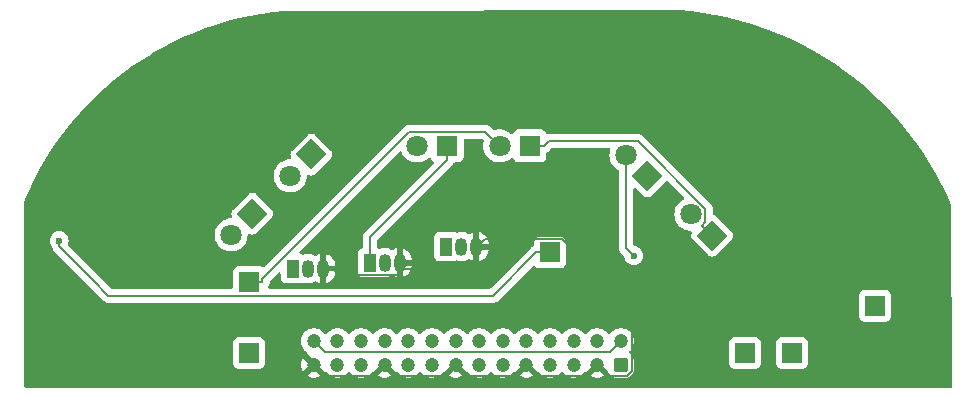
<source format=gbr>
%TF.GenerationSoftware,KiCad,Pcbnew,8.0.1*%
%TF.CreationDate,2024-03-24T18:49:42+02:00*%
%TF.ProjectId,ANTEUS001 MICROMOUSE SENSING,414e5445-5553-4303-9031-204d4943524f,rev?*%
%TF.SameCoordinates,Original*%
%TF.FileFunction,Copper,L2,Bot*%
%TF.FilePolarity,Positive*%
%FSLAX46Y46*%
G04 Gerber Fmt 4.6, Leading zero omitted, Abs format (unit mm)*
G04 Created by KiCad (PCBNEW 8.0.1) date 2024-03-24 18:49:42*
%MOMM*%
%LPD*%
G01*
G04 APERTURE LIST*
G04 Aperture macros list*
%AMRoundRect*
0 Rectangle with rounded corners*
0 $1 Rounding radius*
0 $2 $3 $4 $5 $6 $7 $8 $9 X,Y pos of 4 corners*
0 Add a 4 corners polygon primitive as box body*
4,1,4,$2,$3,$4,$5,$6,$7,$8,$9,$2,$3,0*
0 Add four circle primitives for the rounded corners*
1,1,$1+$1,$2,$3*
1,1,$1+$1,$4,$5*
1,1,$1+$1,$6,$7*
1,1,$1+$1,$8,$9*
0 Add four rect primitives between the rounded corners*
20,1,$1+$1,$2,$3,$4,$5,0*
20,1,$1+$1,$4,$5,$6,$7,0*
20,1,$1+$1,$6,$7,$8,$9,0*
20,1,$1+$1,$8,$9,$2,$3,0*%
%AMRotRect*
0 Rectangle, with rotation*
0 The origin of the aperture is its center*
0 $1 length*
0 $2 width*
0 $3 Rotation angle, in degrees counterclockwise*
0 Add horizontal line*
21,1,$1,$2,0,0,$3*%
G04 Aperture macros list end*
%TA.AperFunction,ComponentPad*%
%ADD10C,1.200000*%
%TD*%
%TA.AperFunction,ComponentPad*%
%ADD11RoundRect,0.250000X0.350000X0.350000X-0.350000X0.350000X-0.350000X-0.350000X0.350000X-0.350000X0*%
%TD*%
%TA.AperFunction,ComponentPad*%
%ADD12RotRect,1.800000X1.800000X135.000000*%
%TD*%
%TA.AperFunction,ComponentPad*%
%ADD13C,1.800000*%
%TD*%
%TA.AperFunction,ComponentPad*%
%ADD14R,1.800000X1.800000*%
%TD*%
%TA.AperFunction,ComponentPad*%
%ADD15RotRect,1.800000X1.800000X225.000000*%
%TD*%
%TA.AperFunction,ComponentPad*%
%ADD16O,1.050000X1.500000*%
%TD*%
%TA.AperFunction,ComponentPad*%
%ADD17R,1.050000X1.500000*%
%TD*%
%TA.AperFunction,ComponentPad*%
%ADD18R,1.700000X1.700000*%
%TD*%
%TA.AperFunction,ViaPad*%
%ADD19C,0.600000*%
%TD*%
%TA.AperFunction,Conductor*%
%ADD20C,0.200000*%
%TD*%
G04 APERTURE END LIST*
D10*
%TO.P,J8,28,Pin_28*%
%TO.N,+3.3V*%
X87500000Y-73000000D03*
%TO.P,J8,27,Pin_27*%
%TO.N,GND*%
X87500000Y-75000000D03*
%TO.P,J8,26,Pin_26*%
%TO.N,/BATT-*%
X89500000Y-73000000D03*
%TO.P,J8,25,Pin_25*%
%TO.N,/AB0*%
X89500000Y-75000000D03*
%TO.P,J8,24,Pin_24*%
%TO.N,/PB11*%
X91500000Y-73000000D03*
%TO.P,J8,23,Pin_23*%
%TO.N,/PC5*%
X91500000Y-75000000D03*
%TO.P,J8,22,Pin_22*%
%TO.N,/PE8*%
X93500000Y-73000000D03*
%TO.P,J8,21,Pin_21*%
%TO.N,GND*%
X93499999Y-75000000D03*
%TO.P,J8,20,Pin_20*%
%TO.N,/PE9*%
X95500000Y-72999999D03*
%TO.P,J8,19,Pin_19*%
%TO.N,/PA7*%
X95500000Y-75000000D03*
%TO.P,J8,18,Pin_18*%
%TO.N,/PE10*%
X97500000Y-73000000D03*
%TO.P,J8,17,Pin_17*%
%TO.N,/PC4*%
X97500001Y-75000000D03*
%TO.P,J8,16,Pin_16*%
%TO.N,/PE11*%
X99500001Y-73000000D03*
%TO.P,J8,15,Pin_15*%
%TO.N,GND*%
X99500000Y-75000000D03*
%TO.P,J8,14,Pin_14*%
%TO.N,/PE12*%
X101500000Y-73000000D03*
%TO.P,J8,13,Pin_13*%
%TO.N,/PA6*%
X101500001Y-75000000D03*
%TO.P,J8,12,Pin_12*%
%TO.N,/PE13*%
X103500000Y-73000000D03*
%TO.P,J8,11,Pin_11*%
%TO.N,/PA5*%
X103500000Y-75000000D03*
%TO.P,J8,10,Pin_10*%
%TO.N,/PE14*%
X105500000Y-73000000D03*
%TO.P,J8,9,Pin_9*%
%TO.N,GND*%
X105500000Y-75000000D03*
%TO.P,J8,8,Pin_8*%
%TO.N,/PE15*%
X107500000Y-73000000D03*
%TO.P,J8,7,Pin_7*%
%TO.N,/PA4*%
X107500000Y-75000000D03*
%TO.P,J8,6,Pin_6*%
%TO.N,/PE1*%
X109499999Y-73000000D03*
%TO.P,J8,5,Pin_5*%
%TO.N,/PA3*%
X109500000Y-75000000D03*
%TO.P,J8,4,Pin_4*%
%TO.N,/BATT+*%
X111500000Y-73000000D03*
%TO.P,J8,3,Pin_3*%
%TO.N,GND*%
X111499999Y-75000000D03*
%TO.P,J8,2,Pin_2*%
%TO.N,+3.3V*%
X113500000Y-72999999D03*
D11*
%TO.P,J8,1,Pin_1*%
%TO.N,/PC2*%
X113500000Y-75000000D03*
%TD*%
D12*
%TO.P,Q6,1,C*%
%TO.N,+3V3*%
X121237300Y-64065900D03*
D13*
%TO.P,Q6,2,E*%
%TO.N,Net-(J5-Pin_1)*%
X119441249Y-62269849D03*
%TD*%
%TO.P,Q5,2,E*%
%TO.N,Net-(J3-Pin_1)*%
X103235000Y-56475000D03*
D14*
%TO.P,Q5,1,C*%
%TO.N,+3V3*%
X105775000Y-56475000D03*
%TD*%
D13*
%TO.P,Q4,2,E*%
%TO.N,Net-(J7-Pin_1)*%
X85500049Y-58999951D03*
D15*
%TO.P,Q4,1,C*%
%TO.N,+3V3*%
X87296100Y-57203900D03*
%TD*%
D16*
%TO.P,Q3,3,S*%
%TO.N,GND*%
X101270000Y-65000000D03*
%TO.P,Q3,2,G*%
%TO.N,Net-(Q3-G)*%
X100000000Y-65000000D03*
D17*
%TO.P,Q3,1,D*%
%TO.N,Net-(D5-K)*%
X98730000Y-65000000D03*
%TD*%
D16*
%TO.P,Q2,3,S*%
%TO.N,GND*%
X94770000Y-66360000D03*
%TO.P,Q2,2,G*%
%TO.N,Net-(Q2-G)*%
X93500000Y-66360000D03*
D17*
%TO.P,Q2,1,D*%
%TO.N,Net-(D3-K)*%
X92230000Y-66360000D03*
%TD*%
D16*
%TO.P,Q1,3,S*%
%TO.N,GND*%
X88270000Y-66860000D03*
%TO.P,Q1,2,G*%
%TO.N,Net-(Q1-G)*%
X87000000Y-66860000D03*
D17*
%TO.P,Q1,1,D*%
%TO.N,Net-(D1-K)*%
X85730000Y-66860000D03*
%TD*%
D18*
%TO.P,J7,1,Pin_1*%
%TO.N,Net-(J7-Pin_1)*%
X124000000Y-74000000D03*
%TD*%
%TO.P,J6,1,Pin_1*%
%TO.N,Net-(J6-Pin_1)*%
X135000000Y-70000000D03*
%TD*%
%TO.P,J5,1,Pin_1*%
%TO.N,Net-(J5-Pin_1)*%
X107500000Y-65500000D03*
%TD*%
%TO.P,J4,1,Pin_1*%
%TO.N,Net-(J4-Pin_1)*%
X128000000Y-74000000D03*
%TD*%
%TO.P,J3,1,Pin_1*%
%TO.N,Net-(J3-Pin_1)*%
X82000000Y-68000000D03*
%TD*%
%TO.P,J2,1,Pin_1*%
%TO.N,Net-(J2-Pin_1)*%
X82000000Y-74000000D03*
%TD*%
D12*
%TO.P,D5,1,K*%
%TO.N,Net-(D5-K)*%
X115737300Y-59065900D03*
D13*
%TO.P,D5,2,A*%
%TO.N,Net-(D5-A)*%
X113941249Y-57269849D03*
%TD*%
%TO.P,D3,2,A*%
%TO.N,Net-(D3-A)*%
X96235000Y-56475000D03*
D14*
%TO.P,D3,1,K*%
%TO.N,Net-(D3-K)*%
X98775000Y-56475000D03*
%TD*%
D13*
%TO.P,D1,2,A*%
%TO.N,Net-(D1-A)*%
X80500049Y-63999951D03*
D15*
%TO.P,D1,1,K*%
%TO.N,Net-(D1-K)*%
X82296100Y-62203900D03*
%TD*%
D19*
%TO.N,Net-(J5-Pin_1)*%
X65944200Y-64497600D03*
%TO.N,Net-(D5-A)*%
X114598000Y-65775100D03*
%TD*%
D20*
%TO.N,Net-(J5-Pin_1)*%
X70105900Y-69151700D02*
X68870700Y-67916500D01*
X102697000Y-69151700D02*
X70105900Y-69151700D01*
X106348000Y-65500000D02*
X102697000Y-69151700D01*
X107500000Y-65500000D02*
X106348000Y-65500000D01*
X65944200Y-64990000D02*
X65944200Y-64497600D01*
X68870700Y-67916500D02*
X65944200Y-64990000D01*
%TO.N,Net-(J3-Pin_1)*%
X102033000Y-55273300D02*
X103235000Y-56475000D01*
X95590500Y-55273300D02*
X102033000Y-55273300D01*
X83151700Y-67712100D02*
X95590500Y-55273300D01*
X83151700Y-68000000D02*
X83151700Y-67712100D01*
X82000000Y-68000000D02*
X83151700Y-68000000D01*
%TO.N,Net-(D5-A)*%
X113941000Y-57269800D02*
X113941000Y-58358900D01*
X113941000Y-65118300D02*
X114598000Y-65775100D01*
X113941000Y-58358900D02*
X113941000Y-65118300D01*
X113941200Y-58358700D02*
X113941200Y-57269800D01*
X113941000Y-58358900D02*
X113941200Y-58358700D01*
%TO.N,Net-(D3-K)*%
X92230000Y-64221700D02*
X92230000Y-66360000D01*
X98775000Y-57676700D02*
X92230000Y-64221700D01*
X98775000Y-56475000D02*
X98775000Y-57676700D01*
%TO.N,+3.3V*%
X112562000Y-73937500D02*
X113500000Y-73000000D01*
X88437500Y-73937500D02*
X112562000Y-73937500D01*
X87500000Y-73000000D02*
X88437500Y-73937500D01*
%TO.N,+3V3*%
X120388000Y-63216100D02*
X120812500Y-63641000D01*
X120659000Y-62944300D02*
X120388000Y-63216100D01*
X120659000Y-61788500D02*
X120659000Y-62944300D01*
X114929000Y-56058400D02*
X120659000Y-61788500D01*
X107393000Y-56058400D02*
X114929000Y-56058400D01*
X106977000Y-56475000D02*
X107393000Y-56058400D01*
X105775000Y-56475000D02*
X106977000Y-56475000D01*
X120812500Y-63641000D02*
X121237000Y-64065900D01*
X121237300Y-64065800D02*
X121237300Y-64065900D01*
X120812500Y-63641000D02*
X121237300Y-64065800D01*
%TO.N,GND*%
X89648400Y-67411700D02*
X94770000Y-67411700D01*
X89096700Y-66860000D02*
X89648400Y-67411700D01*
X88270000Y-66860000D02*
X89096700Y-66860000D01*
X94770000Y-66360000D02*
X94770000Y-66885800D01*
X94770000Y-66885800D02*
X94770000Y-67411700D01*
X100435900Y-66885800D02*
X101270000Y-66051700D01*
X94770000Y-66885800D02*
X100435900Y-66885800D01*
X101270000Y-65150000D02*
X101270000Y-66051700D01*
X101270000Y-65150000D02*
X101270000Y-65099800D01*
X101270000Y-65000000D02*
X101270000Y-65099800D01*
X112431600Y-75931600D02*
X111500000Y-75000000D01*
X114051400Y-75931600D02*
X112431600Y-75931600D01*
X114413100Y-75569900D02*
X114051400Y-75931600D01*
X114413100Y-70277500D02*
X114413100Y-75569900D01*
X108483900Y-64348300D02*
X114413100Y-70277500D01*
X102021500Y-64348300D02*
X108483900Y-64348300D01*
X101270000Y-65099800D02*
X102021500Y-64348300D01*
X106446800Y-75946800D02*
X105500000Y-75000000D01*
X110553200Y-75946800D02*
X106446800Y-75946800D01*
X111500000Y-75000000D02*
X110553200Y-75946800D01*
X100452500Y-75952500D02*
X99500000Y-75000000D01*
X104547500Y-75952500D02*
X100452500Y-75952500D01*
X105500000Y-75000000D02*
X104547500Y-75952500D01*
X88455500Y-75955500D02*
X87500000Y-75000000D01*
X92544500Y-75955500D02*
X88455500Y-75955500D01*
X93500000Y-75000000D02*
X92544500Y-75955500D01*
X94454700Y-75954700D02*
X93500000Y-75000000D01*
X98545300Y-75954700D02*
X94454700Y-75954700D01*
X99500000Y-75000000D02*
X98545300Y-75954700D01*
%TD*%
%TA.AperFunction,Conductor*%
%TO.N,GND*%
G36*
X118484372Y-45001013D02*
G01*
X119453931Y-45087701D01*
X119458405Y-45088184D01*
X120441561Y-45212779D01*
X120446012Y-45213427D01*
X121423852Y-45374187D01*
X121428322Y-45375007D01*
X122399586Y-45571723D01*
X122403960Y-45572693D01*
X123367339Y-45805101D01*
X123371729Y-45806247D01*
X123946651Y-45967597D01*
X124325782Y-46073999D01*
X124330162Y-46075315D01*
X124565834Y-46150935D01*
X125273774Y-46378094D01*
X125278045Y-46379553D01*
X126209816Y-46716913D01*
X126214043Y-46718532D01*
X127070564Y-47064885D01*
X127132738Y-47090027D01*
X127136904Y-47091801D01*
X128041321Y-47496943D01*
X128045391Y-47498858D01*
X128934217Y-47937064D01*
X128938258Y-47939150D01*
X129528391Y-48257667D01*
X129810265Y-48409806D01*
X129814250Y-48412052D01*
X130668347Y-48914570D01*
X130672245Y-48916962D01*
X131507202Y-49450619D01*
X131510982Y-49453134D01*
X131912655Y-49731245D01*
X132325689Y-50017222D01*
X132329401Y-50019894D01*
X133122779Y-50613662D01*
X133126389Y-50616470D01*
X133897285Y-51239058D01*
X133900790Y-51241997D01*
X134648216Y-51892604D01*
X134651610Y-51895670D01*
X135374544Y-52573408D01*
X135377822Y-52576597D01*
X136075254Y-53280519D01*
X136078413Y-53283827D01*
X136749413Y-54012993D01*
X136752448Y-54016415D01*
X137396109Y-54769841D01*
X137399015Y-54773373D01*
X138014460Y-55550033D01*
X138017234Y-55553669D01*
X138603600Y-56352473D01*
X138606238Y-56356209D01*
X139162761Y-57176118D01*
X139165259Y-57179949D01*
X139691151Y-58019797D01*
X139693507Y-58023718D01*
X140188084Y-58882417D01*
X140190293Y-58886422D01*
X140434906Y-59349846D01*
X140603262Y-59668800D01*
X140652853Y-59762750D01*
X140654913Y-59766834D01*
X141084849Y-60659648D01*
X141086757Y-60663804D01*
X141436200Y-61463656D01*
X141446570Y-61512888D01*
X141497428Y-76875089D01*
X141477966Y-76942194D01*
X141425314Y-76988123D01*
X141373429Y-76999500D01*
X63124500Y-76999500D01*
X63057461Y-76979815D01*
X63011706Y-76927011D01*
X63000500Y-76875500D01*
X63000500Y-74897870D01*
X80649500Y-74897870D01*
X80649501Y-74897876D01*
X80655908Y-74957483D01*
X80706202Y-75092328D01*
X80706206Y-75092335D01*
X80792452Y-75207544D01*
X80792455Y-75207547D01*
X80907664Y-75293793D01*
X80907671Y-75293797D01*
X81042517Y-75344091D01*
X81042516Y-75344091D01*
X81049444Y-75344835D01*
X81102127Y-75350500D01*
X82897872Y-75350499D01*
X82957483Y-75344091D01*
X83092331Y-75293796D01*
X83207546Y-75207546D01*
X83293796Y-75092331D01*
X83344091Y-74957483D01*
X83350500Y-74897873D01*
X83350499Y-73102128D01*
X83344091Y-73042517D01*
X83328233Y-73000000D01*
X86394785Y-73000000D01*
X86413602Y-73203082D01*
X86469417Y-73399247D01*
X86469422Y-73399260D01*
X86560327Y-73581821D01*
X86683237Y-73744581D01*
X86778868Y-73831759D01*
X86833959Y-73881981D01*
X86856344Y-73895841D01*
X86866509Y-73902135D01*
X86913144Y-73954163D01*
X86924405Y-74021851D01*
X86919311Y-74065758D01*
X87478553Y-74625000D01*
X87450630Y-74625000D01*
X87355255Y-74650556D01*
X87269745Y-74699925D01*
X87199925Y-74769745D01*
X87150556Y-74855255D01*
X87125000Y-74950630D01*
X87125000Y-74978554D01*
X86562533Y-74416087D01*
X86560755Y-74418442D01*
X86560754Y-74418443D01*
X86469886Y-74600930D01*
X86469883Y-74600936D01*
X86414097Y-74797007D01*
X86414096Y-74797010D01*
X86395287Y-74999999D01*
X86395287Y-75000000D01*
X86414096Y-75202989D01*
X86414097Y-75202992D01*
X86469883Y-75399063D01*
X86469886Y-75399069D01*
X86560751Y-75581551D01*
X86562533Y-75583911D01*
X87125000Y-75021445D01*
X87125000Y-75049370D01*
X87150556Y-75144745D01*
X87199925Y-75230255D01*
X87269745Y-75300075D01*
X87355255Y-75349444D01*
X87450630Y-75375000D01*
X87478553Y-75375000D01*
X86919311Y-75934240D01*
X87007585Y-75988897D01*
X87197678Y-76062539D01*
X87398072Y-76100000D01*
X87601928Y-76100000D01*
X87802322Y-76062539D01*
X87992412Y-75988899D01*
X87992416Y-75988897D01*
X88080686Y-75934241D01*
X88080686Y-75934240D01*
X87521448Y-75375000D01*
X87549370Y-75375000D01*
X87644745Y-75349444D01*
X87730255Y-75300075D01*
X87800075Y-75230255D01*
X87849444Y-75144745D01*
X87875000Y-75049370D01*
X87875000Y-75021447D01*
X88437465Y-75583912D01*
X88488683Y-75580363D01*
X88556923Y-75595365D01*
X88596210Y-75629339D01*
X88626415Y-75669336D01*
X88683234Y-75744577D01*
X88683237Y-75744580D01*
X88833958Y-75881980D01*
X88833960Y-75881982D01*
X88918360Y-75934240D01*
X89007363Y-75989348D01*
X89197544Y-76063024D01*
X89398024Y-76100500D01*
X89398026Y-76100500D01*
X89601974Y-76100500D01*
X89601976Y-76100500D01*
X89802456Y-76063024D01*
X89992637Y-75989348D01*
X90166041Y-75881981D01*
X90316764Y-75744579D01*
X90401046Y-75632970D01*
X90457155Y-75591335D01*
X90526867Y-75586644D01*
X90588049Y-75620386D01*
X90598951Y-75632967D01*
X90626411Y-75669331D01*
X90683237Y-75744581D01*
X90833958Y-75881980D01*
X90833960Y-75881982D01*
X90918360Y-75934240D01*
X91007363Y-75989348D01*
X91197544Y-76063024D01*
X91398024Y-76100500D01*
X91398026Y-76100500D01*
X91601974Y-76100500D01*
X91601976Y-76100500D01*
X91802456Y-76063024D01*
X91992637Y-75989348D01*
X92166041Y-75881981D01*
X92316764Y-75744579D01*
X92401046Y-75632972D01*
X92403794Y-75629333D01*
X92459903Y-75587696D01*
X92511338Y-75580357D01*
X92562532Y-75583911D01*
X93124999Y-75021444D01*
X93124999Y-75049370D01*
X93150555Y-75144745D01*
X93199924Y-75230255D01*
X93269744Y-75300075D01*
X93355254Y-75349444D01*
X93450629Y-75375000D01*
X93478552Y-75375000D01*
X92919310Y-75934240D01*
X93007584Y-75988897D01*
X93197677Y-76062539D01*
X93398071Y-76100000D01*
X93601927Y-76100000D01*
X93802321Y-76062539D01*
X93992411Y-75988899D01*
X93992415Y-75988897D01*
X94080685Y-75934241D01*
X94080685Y-75934240D01*
X93521447Y-75375000D01*
X93549369Y-75375000D01*
X93644744Y-75349444D01*
X93730254Y-75300075D01*
X93800074Y-75230255D01*
X93849443Y-75144745D01*
X93874999Y-75049370D01*
X93874999Y-75021447D01*
X94437464Y-75583912D01*
X94488683Y-75580363D01*
X94556923Y-75595365D01*
X94596210Y-75629339D01*
X94626415Y-75669336D01*
X94683234Y-75744577D01*
X94683237Y-75744580D01*
X94833958Y-75881980D01*
X94833960Y-75881982D01*
X94918360Y-75934240D01*
X95007363Y-75989348D01*
X95197544Y-76063024D01*
X95398024Y-76100500D01*
X95398026Y-76100500D01*
X95601974Y-76100500D01*
X95601976Y-76100500D01*
X95802456Y-76063024D01*
X95992637Y-75989348D01*
X96166041Y-75881981D01*
X96316764Y-75744579D01*
X96401048Y-75632968D01*
X96457154Y-75591335D01*
X96526866Y-75586642D01*
X96588048Y-75620384D01*
X96598953Y-75632969D01*
X96598956Y-75632973D01*
X96683238Y-75744581D01*
X96833959Y-75881980D01*
X96833961Y-75881982D01*
X96918361Y-75934240D01*
X97007364Y-75989348D01*
X97197545Y-76063024D01*
X97398025Y-76100500D01*
X97398027Y-76100500D01*
X97601975Y-76100500D01*
X97601977Y-76100500D01*
X97802457Y-76063024D01*
X97992638Y-75989348D01*
X98166042Y-75881981D01*
X98316765Y-75744579D01*
X98401047Y-75632972D01*
X98403795Y-75629333D01*
X98459904Y-75587696D01*
X98511339Y-75580357D01*
X98562533Y-75583911D01*
X99125000Y-75021444D01*
X99125000Y-75049370D01*
X99150556Y-75144745D01*
X99199925Y-75230255D01*
X99269745Y-75300075D01*
X99355255Y-75349444D01*
X99450630Y-75375000D01*
X99478553Y-75375000D01*
X98919311Y-75934240D01*
X99007585Y-75988897D01*
X99197678Y-76062539D01*
X99398072Y-76100000D01*
X99601928Y-76100000D01*
X99802322Y-76062539D01*
X99992412Y-75988899D01*
X99992416Y-75988897D01*
X100080686Y-75934241D01*
X100080686Y-75934240D01*
X99521448Y-75375000D01*
X99549370Y-75375000D01*
X99644745Y-75349444D01*
X99730255Y-75300075D01*
X99800075Y-75230255D01*
X99849444Y-75144745D01*
X99875000Y-75049370D01*
X99875000Y-75021447D01*
X100437465Y-75583912D01*
X100488684Y-75580363D01*
X100556924Y-75595365D01*
X100596211Y-75629339D01*
X100626416Y-75669336D01*
X100683235Y-75744577D01*
X100683238Y-75744580D01*
X100833959Y-75881980D01*
X100833961Y-75881982D01*
X100918361Y-75934240D01*
X101007364Y-75989348D01*
X101197545Y-76063024D01*
X101398025Y-76100500D01*
X101398027Y-76100500D01*
X101601975Y-76100500D01*
X101601977Y-76100500D01*
X101802457Y-76063024D01*
X101992638Y-75989348D01*
X102166042Y-75881981D01*
X102316765Y-75744579D01*
X102401047Y-75632972D01*
X102457154Y-75591336D01*
X102526866Y-75586644D01*
X102588048Y-75620387D01*
X102598954Y-75632972D01*
X102626415Y-75669336D01*
X102683234Y-75744577D01*
X102683237Y-75744580D01*
X102833958Y-75881980D01*
X102833960Y-75881982D01*
X102918360Y-75934240D01*
X103007363Y-75989348D01*
X103197544Y-76063024D01*
X103398024Y-76100500D01*
X103398026Y-76100500D01*
X103601974Y-76100500D01*
X103601976Y-76100500D01*
X103802456Y-76063024D01*
X103992637Y-75989348D01*
X104166041Y-75881981D01*
X104316764Y-75744579D01*
X104401046Y-75632972D01*
X104403794Y-75629333D01*
X104459903Y-75587696D01*
X104511338Y-75580357D01*
X104562533Y-75583911D01*
X105125000Y-75021444D01*
X105125000Y-75049370D01*
X105150556Y-75144745D01*
X105199925Y-75230255D01*
X105269745Y-75300075D01*
X105355255Y-75349444D01*
X105450630Y-75375000D01*
X105478553Y-75375000D01*
X104919311Y-75934240D01*
X105007585Y-75988897D01*
X105197678Y-76062539D01*
X105398072Y-76100000D01*
X105601928Y-76100000D01*
X105802322Y-76062539D01*
X105992412Y-75988899D01*
X105992416Y-75988897D01*
X106080686Y-75934241D01*
X106080686Y-75934240D01*
X105521448Y-75375000D01*
X105549370Y-75375000D01*
X105644745Y-75349444D01*
X105730255Y-75300075D01*
X105800075Y-75230255D01*
X105849444Y-75144745D01*
X105875000Y-75049370D01*
X105875000Y-75021447D01*
X106437465Y-75583912D01*
X106488683Y-75580363D01*
X106556923Y-75595365D01*
X106596210Y-75629339D01*
X106626415Y-75669336D01*
X106683234Y-75744577D01*
X106683237Y-75744580D01*
X106833958Y-75881980D01*
X106833960Y-75881982D01*
X106918360Y-75934240D01*
X107007363Y-75989348D01*
X107197544Y-76063024D01*
X107398024Y-76100500D01*
X107398026Y-76100500D01*
X107601974Y-76100500D01*
X107601976Y-76100500D01*
X107802456Y-76063024D01*
X107992637Y-75989348D01*
X108166041Y-75881981D01*
X108316764Y-75744579D01*
X108401046Y-75632970D01*
X108457155Y-75591335D01*
X108526867Y-75586644D01*
X108588049Y-75620386D01*
X108598951Y-75632967D01*
X108626411Y-75669331D01*
X108683237Y-75744581D01*
X108833958Y-75881980D01*
X108833960Y-75881982D01*
X108918360Y-75934240D01*
X109007363Y-75989348D01*
X109197544Y-76063024D01*
X109398024Y-76100500D01*
X109398026Y-76100500D01*
X109601974Y-76100500D01*
X109601976Y-76100500D01*
X109802456Y-76063024D01*
X109992637Y-75989348D01*
X110166041Y-75881981D01*
X110316764Y-75744579D01*
X110401046Y-75632972D01*
X110403794Y-75629333D01*
X110459903Y-75587696D01*
X110511338Y-75580357D01*
X110562532Y-75583911D01*
X111124999Y-75021444D01*
X111124999Y-75049370D01*
X111150555Y-75144745D01*
X111199924Y-75230255D01*
X111269744Y-75300075D01*
X111355254Y-75349444D01*
X111450629Y-75375000D01*
X111478552Y-75375000D01*
X110919310Y-75934240D01*
X111007584Y-75988897D01*
X111197677Y-76062539D01*
X111398071Y-76100000D01*
X111601927Y-76100000D01*
X111802321Y-76062539D01*
X111992411Y-75988899D01*
X111992415Y-75988897D01*
X112080685Y-75934241D01*
X112080685Y-75934240D01*
X111521447Y-75375000D01*
X111549369Y-75375000D01*
X111644744Y-75349444D01*
X111730254Y-75300075D01*
X111800074Y-75230255D01*
X111849443Y-75144745D01*
X111874999Y-75049370D01*
X111874999Y-75021447D01*
X112415807Y-75562255D01*
X112445831Y-75610929D01*
X112465185Y-75669331D01*
X112465186Y-75669334D01*
X112557288Y-75818656D01*
X112681344Y-75942712D01*
X112830666Y-76034814D01*
X112997203Y-76089999D01*
X113099991Y-76100500D01*
X113900008Y-76100499D01*
X113900016Y-76100498D01*
X113900019Y-76100498D01*
X113956302Y-76094748D01*
X114002797Y-76089999D01*
X114169334Y-76034814D01*
X114318656Y-75942712D01*
X114442712Y-75818656D01*
X114534814Y-75669334D01*
X114589999Y-75502797D01*
X114600500Y-75400009D01*
X114600499Y-74897870D01*
X122649500Y-74897870D01*
X122649501Y-74897876D01*
X122655908Y-74957483D01*
X122706202Y-75092328D01*
X122706206Y-75092335D01*
X122792452Y-75207544D01*
X122792455Y-75207547D01*
X122907664Y-75293793D01*
X122907671Y-75293797D01*
X123042517Y-75344091D01*
X123042516Y-75344091D01*
X123049444Y-75344835D01*
X123102127Y-75350500D01*
X124897872Y-75350499D01*
X124957483Y-75344091D01*
X125092331Y-75293796D01*
X125207546Y-75207546D01*
X125293796Y-75092331D01*
X125344091Y-74957483D01*
X125350500Y-74897873D01*
X125350500Y-74897870D01*
X126649500Y-74897870D01*
X126649501Y-74897876D01*
X126655908Y-74957483D01*
X126706202Y-75092328D01*
X126706206Y-75092335D01*
X126792452Y-75207544D01*
X126792455Y-75207547D01*
X126907664Y-75293793D01*
X126907671Y-75293797D01*
X127042517Y-75344091D01*
X127042516Y-75344091D01*
X127049444Y-75344835D01*
X127102127Y-75350500D01*
X128897872Y-75350499D01*
X128957483Y-75344091D01*
X129092331Y-75293796D01*
X129207546Y-75207546D01*
X129293796Y-75092331D01*
X129344091Y-74957483D01*
X129350500Y-74897873D01*
X129350499Y-73102128D01*
X129344091Y-73042517D01*
X129328233Y-73000000D01*
X129293797Y-72907671D01*
X129293793Y-72907664D01*
X129207547Y-72792455D01*
X129207544Y-72792452D01*
X129092335Y-72706206D01*
X129092328Y-72706202D01*
X128957482Y-72655908D01*
X128957483Y-72655908D01*
X128897883Y-72649501D01*
X128897881Y-72649500D01*
X128897873Y-72649500D01*
X128897864Y-72649500D01*
X127102129Y-72649500D01*
X127102123Y-72649501D01*
X127042516Y-72655908D01*
X126907671Y-72706202D01*
X126907664Y-72706206D01*
X126792455Y-72792452D01*
X126792452Y-72792455D01*
X126706206Y-72907664D01*
X126706202Y-72907671D01*
X126655908Y-73042517D01*
X126649501Y-73102116D01*
X126649501Y-73102123D01*
X126649500Y-73102135D01*
X126649500Y-74897870D01*
X125350500Y-74897870D01*
X125350499Y-73102128D01*
X125344091Y-73042517D01*
X125328233Y-73000000D01*
X125293797Y-72907671D01*
X125293793Y-72907664D01*
X125207547Y-72792455D01*
X125207544Y-72792452D01*
X125092335Y-72706206D01*
X125092328Y-72706202D01*
X124957482Y-72655908D01*
X124957483Y-72655908D01*
X124897883Y-72649501D01*
X124897881Y-72649500D01*
X124897873Y-72649500D01*
X124897864Y-72649500D01*
X123102129Y-72649500D01*
X123102123Y-72649501D01*
X123042516Y-72655908D01*
X122907671Y-72706202D01*
X122907664Y-72706206D01*
X122792455Y-72792452D01*
X122792452Y-72792455D01*
X122706206Y-72907664D01*
X122706202Y-72907671D01*
X122655908Y-73042517D01*
X122649501Y-73102116D01*
X122649501Y-73102123D01*
X122649500Y-73102135D01*
X122649500Y-74897870D01*
X114600499Y-74897870D01*
X114600499Y-74599992D01*
X114594302Y-74539331D01*
X114589999Y-74497203D01*
X114589998Y-74497200D01*
X114563760Y-74418020D01*
X114534814Y-74330666D01*
X114442712Y-74181344D01*
X114318656Y-74057288D01*
X114252935Y-74016751D01*
X114206212Y-73964804D01*
X114194989Y-73895841D01*
X114222833Y-73831759D01*
X114234495Y-73819576D01*
X114316764Y-73744578D01*
X114439673Y-73581820D01*
X114530582Y-73399249D01*
X114586397Y-73203082D01*
X114605215Y-72999999D01*
X114586397Y-72796916D01*
X114530582Y-72600749D01*
X114439673Y-72418178D01*
X114316764Y-72255420D01*
X114316762Y-72255417D01*
X114166041Y-72118018D01*
X114166039Y-72118016D01*
X113992642Y-72010654D01*
X113992639Y-72010652D01*
X113992637Y-72010651D01*
X113992636Y-72010650D01*
X113992635Y-72010650D01*
X113802461Y-71936977D01*
X113802456Y-71936975D01*
X113601976Y-71899499D01*
X113398024Y-71899499D01*
X113197544Y-71936975D01*
X113197541Y-71936975D01*
X113197541Y-71936976D01*
X113007364Y-72010650D01*
X113007357Y-72010654D01*
X112833960Y-72118016D01*
X112833958Y-72118018D01*
X112683237Y-72255418D01*
X112598953Y-72367027D01*
X112542843Y-72408663D01*
X112473131Y-72413354D01*
X112411950Y-72379612D01*
X112401045Y-72367027D01*
X112316762Y-72255418D01*
X112166041Y-72118019D01*
X112166039Y-72118017D01*
X111992642Y-72010655D01*
X111992635Y-72010651D01*
X111897546Y-71973814D01*
X111802456Y-71936976D01*
X111601976Y-71899500D01*
X111398024Y-71899500D01*
X111197544Y-71936976D01*
X111197541Y-71936976D01*
X111197541Y-71936977D01*
X111007364Y-72010651D01*
X111007357Y-72010655D01*
X110833960Y-72118017D01*
X110833958Y-72118019D01*
X110683237Y-72255419D01*
X110598953Y-72367029D01*
X110542844Y-72408665D01*
X110473132Y-72413356D01*
X110411950Y-72379614D01*
X110401045Y-72367029D01*
X110401044Y-72367028D01*
X110316763Y-72255421D01*
X110316761Y-72255418D01*
X110166040Y-72118019D01*
X110166038Y-72118017D01*
X109992641Y-72010655D01*
X109992634Y-72010651D01*
X109897545Y-71973814D01*
X109802455Y-71936976D01*
X109601975Y-71899500D01*
X109398023Y-71899500D01*
X109197543Y-71936976D01*
X109197540Y-71936976D01*
X109197540Y-71936977D01*
X109007363Y-72010651D01*
X109007356Y-72010655D01*
X108833959Y-72118017D01*
X108833957Y-72118019D01*
X108683236Y-72255419D01*
X108598953Y-72367027D01*
X108542843Y-72408663D01*
X108473131Y-72413354D01*
X108411950Y-72379612D01*
X108401045Y-72367027D01*
X108316762Y-72255418D01*
X108166041Y-72118019D01*
X108166039Y-72118017D01*
X107992642Y-72010655D01*
X107992635Y-72010651D01*
X107897546Y-71973814D01*
X107802456Y-71936976D01*
X107601976Y-71899500D01*
X107398024Y-71899500D01*
X107197544Y-71936976D01*
X107197541Y-71936976D01*
X107197541Y-71936977D01*
X107007364Y-72010651D01*
X107007357Y-72010655D01*
X106833960Y-72118017D01*
X106833958Y-72118019D01*
X106683237Y-72255419D01*
X106598954Y-72367028D01*
X106542845Y-72408664D01*
X106473133Y-72413355D01*
X106411951Y-72379613D01*
X106401046Y-72367028D01*
X106316762Y-72255419D01*
X106166041Y-72118019D01*
X106166039Y-72118017D01*
X105992642Y-72010655D01*
X105992635Y-72010651D01*
X105897546Y-71973814D01*
X105802456Y-71936976D01*
X105601976Y-71899500D01*
X105398024Y-71899500D01*
X105197544Y-71936976D01*
X105197541Y-71936976D01*
X105197541Y-71936977D01*
X105007364Y-72010651D01*
X105007357Y-72010655D01*
X104833960Y-72118017D01*
X104833958Y-72118019D01*
X104683237Y-72255419D01*
X104598954Y-72367028D01*
X104542845Y-72408664D01*
X104473133Y-72413355D01*
X104411951Y-72379613D01*
X104401046Y-72367028D01*
X104316762Y-72255419D01*
X104166041Y-72118019D01*
X104166039Y-72118017D01*
X103992642Y-72010655D01*
X103992635Y-72010651D01*
X103897546Y-71973814D01*
X103802456Y-71936976D01*
X103601976Y-71899500D01*
X103398024Y-71899500D01*
X103197544Y-71936976D01*
X103197541Y-71936976D01*
X103197541Y-71936977D01*
X103007364Y-72010651D01*
X103007357Y-72010655D01*
X102833960Y-72118017D01*
X102833958Y-72118019D01*
X102683237Y-72255419D01*
X102598954Y-72367028D01*
X102542845Y-72408664D01*
X102473133Y-72413355D01*
X102411951Y-72379613D01*
X102401046Y-72367028D01*
X102316762Y-72255419D01*
X102166041Y-72118019D01*
X102166039Y-72118017D01*
X101992642Y-72010655D01*
X101992635Y-72010651D01*
X101897546Y-71973814D01*
X101802456Y-71936976D01*
X101601976Y-71899500D01*
X101398024Y-71899500D01*
X101197544Y-71936976D01*
X101197541Y-71936976D01*
X101197541Y-71936977D01*
X101007364Y-72010651D01*
X101007357Y-72010655D01*
X100833960Y-72118017D01*
X100833958Y-72118019D01*
X100683237Y-72255419D01*
X100598954Y-72367027D01*
X100542844Y-72408663D01*
X100473132Y-72413354D01*
X100411951Y-72379612D01*
X100401046Y-72367027D01*
X100316763Y-72255418D01*
X100166042Y-72118019D01*
X100166040Y-72118017D01*
X99992643Y-72010655D01*
X99992636Y-72010651D01*
X99897547Y-71973814D01*
X99802457Y-71936976D01*
X99601977Y-71899500D01*
X99398025Y-71899500D01*
X99197545Y-71936976D01*
X99197542Y-71936976D01*
X99197542Y-71936977D01*
X99007365Y-72010651D01*
X99007358Y-72010655D01*
X98833961Y-72118017D01*
X98833959Y-72118019D01*
X98683238Y-72255419D01*
X98598954Y-72367029D01*
X98542845Y-72408665D01*
X98473133Y-72413356D01*
X98411951Y-72379614D01*
X98401046Y-72367029D01*
X98401045Y-72367028D01*
X98316764Y-72255421D01*
X98316762Y-72255418D01*
X98166041Y-72118019D01*
X98166039Y-72118017D01*
X97992642Y-72010655D01*
X97992635Y-72010651D01*
X97897546Y-71973814D01*
X97802456Y-71936976D01*
X97601976Y-71899500D01*
X97398024Y-71899500D01*
X97197544Y-71936976D01*
X97197541Y-71936976D01*
X97197541Y-71936977D01*
X97007364Y-72010651D01*
X97007357Y-72010655D01*
X96833960Y-72118017D01*
X96833958Y-72118019D01*
X96683237Y-72255419D01*
X96598954Y-72367027D01*
X96542844Y-72408663D01*
X96473132Y-72413354D01*
X96411951Y-72379612D01*
X96401046Y-72367027D01*
X96363186Y-72316893D01*
X96316764Y-72255420D01*
X96166041Y-72118018D01*
X96166039Y-72118016D01*
X95992642Y-72010654D01*
X95992639Y-72010652D01*
X95992637Y-72010651D01*
X95992636Y-72010650D01*
X95992635Y-72010650D01*
X95802461Y-71936977D01*
X95802456Y-71936975D01*
X95601976Y-71899499D01*
X95398024Y-71899499D01*
X95197544Y-71936975D01*
X95197541Y-71936975D01*
X95197541Y-71936976D01*
X95007364Y-72010650D01*
X95007357Y-72010654D01*
X94833960Y-72118016D01*
X94833958Y-72118018D01*
X94683237Y-72255418D01*
X94598953Y-72367027D01*
X94542843Y-72408663D01*
X94473131Y-72413354D01*
X94411950Y-72379612D01*
X94401045Y-72367027D01*
X94316762Y-72255418D01*
X94166041Y-72118019D01*
X94166039Y-72118017D01*
X93992642Y-72010655D01*
X93992635Y-72010651D01*
X93897546Y-71973814D01*
X93802456Y-71936976D01*
X93601976Y-71899500D01*
X93398024Y-71899500D01*
X93197544Y-71936976D01*
X93197541Y-71936976D01*
X93197541Y-71936977D01*
X93007364Y-72010651D01*
X93007357Y-72010655D01*
X92833960Y-72118017D01*
X92833958Y-72118019D01*
X92683237Y-72255419D01*
X92598954Y-72367028D01*
X92542845Y-72408664D01*
X92473133Y-72413355D01*
X92411951Y-72379613D01*
X92401046Y-72367028D01*
X92316762Y-72255419D01*
X92166041Y-72118019D01*
X92166039Y-72118017D01*
X91992642Y-72010655D01*
X91992635Y-72010651D01*
X91897546Y-71973814D01*
X91802456Y-71936976D01*
X91601976Y-71899500D01*
X91398024Y-71899500D01*
X91197544Y-71936976D01*
X91197541Y-71936976D01*
X91197541Y-71936977D01*
X91007364Y-72010651D01*
X91007357Y-72010655D01*
X90833960Y-72118017D01*
X90833958Y-72118019D01*
X90683237Y-72255419D01*
X90598954Y-72367028D01*
X90542845Y-72408664D01*
X90473133Y-72413355D01*
X90411951Y-72379613D01*
X90401046Y-72367028D01*
X90316762Y-72255419D01*
X90166041Y-72118019D01*
X90166039Y-72118017D01*
X89992642Y-72010655D01*
X89992635Y-72010651D01*
X89897546Y-71973814D01*
X89802456Y-71936976D01*
X89601976Y-71899500D01*
X89398024Y-71899500D01*
X89197544Y-71936976D01*
X89197541Y-71936976D01*
X89197541Y-71936977D01*
X89007364Y-72010651D01*
X89007357Y-72010655D01*
X88833960Y-72118017D01*
X88833958Y-72118019D01*
X88683237Y-72255419D01*
X88598954Y-72367028D01*
X88542845Y-72408664D01*
X88473133Y-72413355D01*
X88411951Y-72379613D01*
X88401046Y-72367028D01*
X88316762Y-72255419D01*
X88166041Y-72118019D01*
X88166039Y-72118017D01*
X87992642Y-72010655D01*
X87992635Y-72010651D01*
X87897546Y-71973814D01*
X87802456Y-71936976D01*
X87601976Y-71899500D01*
X87398024Y-71899500D01*
X87197544Y-71936976D01*
X87197541Y-71936976D01*
X87197541Y-71936977D01*
X87007364Y-72010651D01*
X87007357Y-72010655D01*
X86833960Y-72118017D01*
X86833958Y-72118019D01*
X86683237Y-72255418D01*
X86560327Y-72418178D01*
X86469422Y-72600739D01*
X86469417Y-72600752D01*
X86413602Y-72796917D01*
X86394785Y-72999999D01*
X86394785Y-73000000D01*
X83328233Y-73000000D01*
X83293797Y-72907671D01*
X83293793Y-72907664D01*
X83207547Y-72792455D01*
X83207544Y-72792452D01*
X83092335Y-72706206D01*
X83092328Y-72706202D01*
X82957482Y-72655908D01*
X82957483Y-72655908D01*
X82897883Y-72649501D01*
X82897881Y-72649500D01*
X82897873Y-72649500D01*
X82897864Y-72649500D01*
X81102129Y-72649500D01*
X81102123Y-72649501D01*
X81042516Y-72655908D01*
X80907671Y-72706202D01*
X80907664Y-72706206D01*
X80792455Y-72792452D01*
X80792452Y-72792455D01*
X80706206Y-72907664D01*
X80706202Y-72907671D01*
X80655908Y-73042517D01*
X80649501Y-73102116D01*
X80649501Y-73102123D01*
X80649500Y-73102135D01*
X80649500Y-74897870D01*
X63000500Y-74897870D01*
X63000500Y-70897870D01*
X133649500Y-70897870D01*
X133649501Y-70897876D01*
X133655908Y-70957483D01*
X133706202Y-71092328D01*
X133706206Y-71092335D01*
X133792452Y-71207544D01*
X133792455Y-71207547D01*
X133907664Y-71293793D01*
X133907671Y-71293797D01*
X134042517Y-71344091D01*
X134042516Y-71344091D01*
X134049444Y-71344835D01*
X134102127Y-71350500D01*
X135897872Y-71350499D01*
X135957483Y-71344091D01*
X136092331Y-71293796D01*
X136207546Y-71207546D01*
X136293796Y-71092331D01*
X136344091Y-70957483D01*
X136350500Y-70897873D01*
X136350499Y-69102128D01*
X136344091Y-69042517D01*
X136293796Y-68907669D01*
X136293795Y-68907668D01*
X136293793Y-68907664D01*
X136207547Y-68792455D01*
X136207544Y-68792452D01*
X136092335Y-68706206D01*
X136092328Y-68706202D01*
X135957482Y-68655908D01*
X135957483Y-68655908D01*
X135897883Y-68649501D01*
X135897881Y-68649500D01*
X135897873Y-68649500D01*
X135897864Y-68649500D01*
X134102129Y-68649500D01*
X134102123Y-68649501D01*
X134042516Y-68655908D01*
X133907671Y-68706202D01*
X133907664Y-68706206D01*
X133792455Y-68792452D01*
X133792452Y-68792455D01*
X133706206Y-68907664D01*
X133706202Y-68907671D01*
X133655908Y-69042517D01*
X133649501Y-69102116D01*
X133649501Y-69102123D01*
X133649500Y-69102135D01*
X133649500Y-70897870D01*
X63000500Y-70897870D01*
X63000500Y-64497603D01*
X65138635Y-64497603D01*
X65158830Y-64676849D01*
X65158831Y-64676854D01*
X65218411Y-64847123D01*
X65314384Y-64999862D01*
X65317090Y-65003255D01*
X65343082Y-65064375D01*
X65343697Y-65069050D01*
X65384623Y-65221785D01*
X65402330Y-65252454D01*
X65402329Y-65252454D01*
X65402330Y-65252455D01*
X65463675Y-65358709D01*
X65463681Y-65358717D01*
X65582549Y-65477585D01*
X65582555Y-65477590D01*
X68390181Y-68285216D01*
X69737184Y-69632220D01*
X69737186Y-69632221D01*
X69737190Y-69632224D01*
X69872448Y-69710314D01*
X69874116Y-69711277D01*
X70026843Y-69752201D01*
X70026845Y-69752201D01*
X70192554Y-69752201D01*
X70192570Y-69752200D01*
X102609850Y-69752200D01*
X102609988Y-69752208D01*
X102617997Y-69752207D01*
X102618000Y-69752208D01*
X102702328Y-69752200D01*
X102776057Y-69752200D01*
X102776060Y-69752200D01*
X102776109Y-69752193D01*
X102776115Y-69752193D01*
X102857265Y-69730440D01*
X102857275Y-69730440D01*
X102857275Y-69730437D01*
X102857276Y-69730437D01*
X102927185Y-69711705D01*
X102928840Y-69711290D01*
X102928843Y-69711289D01*
X102930467Y-69710314D01*
X102996312Y-69672290D01*
X102996322Y-69672284D01*
X103020297Y-69658441D01*
X103064612Y-69632856D01*
X103065727Y-69632233D01*
X103065728Y-69632232D01*
X103066404Y-69631541D01*
X103117945Y-69579989D01*
X103117951Y-69579986D01*
X103117950Y-69579985D01*
X103177520Y-69520416D01*
X103177521Y-69520413D01*
X103183908Y-69514027D01*
X103183994Y-69513927D01*
X106061697Y-66635673D01*
X106123017Y-66602183D01*
X106192709Y-66607161D01*
X106248646Y-66649026D01*
X106292454Y-66707546D01*
X106316925Y-66725865D01*
X106407664Y-66793793D01*
X106407671Y-66793797D01*
X106542517Y-66844091D01*
X106542516Y-66844091D01*
X106549444Y-66844835D01*
X106602127Y-66850500D01*
X108397872Y-66850499D01*
X108457483Y-66844091D01*
X108592331Y-66793796D01*
X108707546Y-66707546D01*
X108793796Y-66592331D01*
X108844091Y-66457483D01*
X108850500Y-66397873D01*
X108850499Y-64602128D01*
X108844091Y-64542517D01*
X108827339Y-64497603D01*
X108793797Y-64407671D01*
X108793793Y-64407664D01*
X108707547Y-64292455D01*
X108707544Y-64292452D01*
X108592335Y-64206206D01*
X108592328Y-64206202D01*
X108457482Y-64155908D01*
X108457483Y-64155908D01*
X108397883Y-64149501D01*
X108397881Y-64149500D01*
X108397873Y-64149500D01*
X108397864Y-64149500D01*
X106602129Y-64149500D01*
X106602123Y-64149501D01*
X106542516Y-64155908D01*
X106407671Y-64206202D01*
X106407664Y-64206206D01*
X106292455Y-64292452D01*
X106292452Y-64292455D01*
X106206206Y-64407664D01*
X106206202Y-64407671D01*
X106155908Y-64542517D01*
X106149501Y-64602116D01*
X106149501Y-64602123D01*
X106149500Y-64602135D01*
X106149500Y-64849608D01*
X106129815Y-64916647D01*
X106087511Y-64956989D01*
X106048686Y-64979410D01*
X106048676Y-64979416D01*
X105979259Y-65019494D01*
X105927056Y-65071707D01*
X105862038Y-65136725D01*
X105861949Y-65136826D01*
X102484551Y-68514873D01*
X102423231Y-68548364D01*
X102396861Y-68551200D01*
X83741637Y-68551200D01*
X83674598Y-68531515D01*
X83628843Y-68478711D01*
X83618899Y-68409553D01*
X83634250Y-68365200D01*
X83680428Y-68285216D01*
X83711277Y-68231784D01*
X83752200Y-68079057D01*
X83752200Y-68012196D01*
X83771885Y-67945157D01*
X83788515Y-67924519D01*
X84492821Y-67220212D01*
X84554142Y-67186729D01*
X84623833Y-67191713D01*
X84679767Y-67233584D01*
X84704184Y-67299049D01*
X84704500Y-67307895D01*
X84704500Y-67657869D01*
X84704501Y-67657876D01*
X84710908Y-67717483D01*
X84761202Y-67852328D01*
X84761206Y-67852335D01*
X84847452Y-67967544D01*
X84847455Y-67967547D01*
X84962664Y-68053793D01*
X84962671Y-68053797D01*
X85097517Y-68104091D01*
X85097516Y-68104091D01*
X85104444Y-68104835D01*
X85157127Y-68110500D01*
X86302872Y-68110499D01*
X86362483Y-68104091D01*
X86497331Y-68053796D01*
X86498430Y-68052972D01*
X86499717Y-68052492D01*
X86505112Y-68049547D01*
X86505535Y-68050322D01*
X86563887Y-68028552D01*
X86620198Y-68037673D01*
X86700873Y-68071091D01*
X86866777Y-68104091D01*
X86898992Y-68110499D01*
X86898996Y-68110500D01*
X86898997Y-68110500D01*
X87101004Y-68110500D01*
X87101005Y-68110499D01*
X87299127Y-68071091D01*
X87485756Y-67993786D01*
X87566562Y-67939792D01*
X87633234Y-67918917D01*
X87700614Y-67937401D01*
X87704340Y-67939795D01*
X87784479Y-67993343D01*
X87784486Y-67993347D01*
X87971016Y-68070609D01*
X87971025Y-68070612D01*
X88020000Y-68080353D01*
X88020000Y-67225865D01*
X88022383Y-67201671D01*
X88025356Y-67186729D01*
X88025500Y-67186003D01*
X88025500Y-67145830D01*
X88039745Y-67160075D01*
X88125255Y-67209444D01*
X88220630Y-67235000D01*
X88319370Y-67235000D01*
X88414745Y-67209444D01*
X88500255Y-67160075D01*
X88520000Y-67140330D01*
X88520000Y-68080352D01*
X88568974Y-68070612D01*
X88568983Y-68070609D01*
X88755513Y-67993347D01*
X88755526Y-67993340D01*
X88923399Y-67881170D01*
X88923403Y-67881167D01*
X89066167Y-67738403D01*
X89066170Y-67738399D01*
X89178340Y-67570526D01*
X89178347Y-67570513D01*
X89255609Y-67383983D01*
X89255612Y-67383974D01*
X89294999Y-67185958D01*
X89295000Y-67185955D01*
X89295000Y-67110000D01*
X88550330Y-67110000D01*
X88570075Y-67090255D01*
X88619444Y-67004745D01*
X88645000Y-66909370D01*
X88645000Y-66810630D01*
X88619444Y-66715255D01*
X88570075Y-66629745D01*
X88550330Y-66610000D01*
X89295000Y-66610000D01*
X89295000Y-66534045D01*
X89294999Y-66534041D01*
X89255612Y-66336025D01*
X89255609Y-66336016D01*
X89178347Y-66149486D01*
X89178340Y-66149473D01*
X89066170Y-65981600D01*
X89066167Y-65981596D01*
X88923403Y-65838832D01*
X88923399Y-65838829D01*
X88755526Y-65726659D01*
X88755513Y-65726652D01*
X88568984Y-65649390D01*
X88568977Y-65649388D01*
X88520000Y-65639645D01*
X88520000Y-66579670D01*
X88500255Y-66559925D01*
X88414745Y-66510556D01*
X88319370Y-66485000D01*
X88220630Y-66485000D01*
X88125255Y-66510556D01*
X88039745Y-66559925D01*
X88025500Y-66574170D01*
X88025500Y-66533997D01*
X88022383Y-66518326D01*
X88020000Y-66494134D01*
X88020000Y-65639646D01*
X88019999Y-65639645D01*
X87971022Y-65649388D01*
X87971015Y-65649390D01*
X87784481Y-65726654D01*
X87784479Y-65726655D01*
X87704337Y-65780204D01*
X87637660Y-65801081D01*
X87570280Y-65782596D01*
X87566558Y-65780204D01*
X87485754Y-65726212D01*
X87299127Y-65648909D01*
X87299119Y-65648907D01*
X87101007Y-65609500D01*
X87101003Y-65609500D01*
X86898997Y-65609500D01*
X86898992Y-65609500D01*
X86700880Y-65648907D01*
X86700868Y-65648910D01*
X86620198Y-65682325D01*
X86550729Y-65689794D01*
X86505342Y-65670036D01*
X86505114Y-65670454D01*
X86500447Y-65667905D01*
X86498432Y-65667028D01*
X86497331Y-65666204D01*
X86497330Y-65666203D01*
X86497328Y-65666202D01*
X86355215Y-65613198D01*
X86355833Y-65611539D01*
X86303519Y-65581750D01*
X86271133Y-65519839D01*
X86277359Y-65450248D01*
X86305067Y-65407967D01*
X94739671Y-56973363D01*
X94800992Y-56939880D01*
X94870684Y-56944864D01*
X94926617Y-56986736D01*
X94940906Y-57011236D01*
X94999075Y-57143848D01*
X95126016Y-57338147D01*
X95126019Y-57338151D01*
X95126021Y-57338153D01*
X95283216Y-57508913D01*
X95283219Y-57508915D01*
X95283222Y-57508918D01*
X95466365Y-57651464D01*
X95466371Y-57651468D01*
X95466374Y-57651470D01*
X95670497Y-57761936D01*
X95774622Y-57797682D01*
X95890015Y-57837297D01*
X95890017Y-57837297D01*
X95890019Y-57837298D01*
X96118951Y-57875500D01*
X96118952Y-57875500D01*
X96351048Y-57875500D01*
X96351049Y-57875500D01*
X96579981Y-57837298D01*
X96799503Y-57761936D01*
X97003626Y-57651470D01*
X97186784Y-57508913D01*
X97195130Y-57499846D01*
X97255010Y-57463854D01*
X97324849Y-57465949D01*
X97382468Y-57505469D01*
X97402544Y-57540491D01*
X97431203Y-57617330D01*
X97431206Y-57617335D01*
X97517452Y-57732544D01*
X97517453Y-57732544D01*
X97517454Y-57732546D01*
X97556713Y-57761935D01*
X97604464Y-57797682D01*
X97646334Y-57853616D01*
X97651318Y-57923307D01*
X97617833Y-57984629D01*
X91861286Y-63741178D01*
X91749481Y-63852982D01*
X91749479Y-63852984D01*
X91740935Y-63867784D01*
X91724010Y-63897100D01*
X91686622Y-63961857D01*
X91676824Y-63978829D01*
X91670423Y-63989915D01*
X91629499Y-64142643D01*
X91629499Y-64142645D01*
X91629499Y-64310746D01*
X91629500Y-64310759D01*
X91629500Y-65017884D01*
X91609815Y-65084923D01*
X91557011Y-65130678D01*
X91548834Y-65134066D01*
X91462669Y-65166203D01*
X91462664Y-65166206D01*
X91347455Y-65252452D01*
X91347454Y-65252454D01*
X91261206Y-65367664D01*
X91261202Y-65367671D01*
X91210908Y-65502517D01*
X91204501Y-65562116D01*
X91204500Y-65562135D01*
X91204500Y-67157870D01*
X91204501Y-67157876D01*
X91210908Y-67217483D01*
X91261202Y-67352328D01*
X91261206Y-67352335D01*
X91347452Y-67467544D01*
X91347455Y-67467547D01*
X91462664Y-67553793D01*
X91462671Y-67553797D01*
X91597517Y-67604091D01*
X91597516Y-67604091D01*
X91604444Y-67604835D01*
X91657127Y-67610500D01*
X92802872Y-67610499D01*
X92862483Y-67604091D01*
X92997331Y-67553796D01*
X92998430Y-67552972D01*
X92999717Y-67552492D01*
X93005112Y-67549547D01*
X93005535Y-67550322D01*
X93063887Y-67528552D01*
X93120198Y-67537673D01*
X93200873Y-67571091D01*
X93366777Y-67604091D01*
X93398992Y-67610499D01*
X93398996Y-67610500D01*
X93398997Y-67610500D01*
X93601004Y-67610500D01*
X93601005Y-67610499D01*
X93799127Y-67571091D01*
X93985756Y-67493786D01*
X94066562Y-67439792D01*
X94133234Y-67418917D01*
X94200614Y-67437401D01*
X94204340Y-67439795D01*
X94284479Y-67493343D01*
X94284486Y-67493347D01*
X94471016Y-67570609D01*
X94471025Y-67570612D01*
X94520000Y-67580353D01*
X94520000Y-66725865D01*
X94522383Y-66701671D01*
X94525500Y-66686002D01*
X94525500Y-66645830D01*
X94539745Y-66660075D01*
X94625255Y-66709444D01*
X94720630Y-66735000D01*
X94819370Y-66735000D01*
X94914745Y-66709444D01*
X95000255Y-66660075D01*
X95020000Y-66640330D01*
X95020000Y-67580352D01*
X95068974Y-67570612D01*
X95068983Y-67570609D01*
X95255513Y-67493347D01*
X95255526Y-67493340D01*
X95423399Y-67381170D01*
X95423403Y-67381167D01*
X95566167Y-67238403D01*
X95566170Y-67238399D01*
X95678340Y-67070526D01*
X95678347Y-67070513D01*
X95755609Y-66883983D01*
X95755612Y-66883974D01*
X95794999Y-66685958D01*
X95795000Y-66685955D01*
X95795000Y-66610000D01*
X95050330Y-66610000D01*
X95070075Y-66590255D01*
X95119444Y-66504745D01*
X95145000Y-66409370D01*
X95145000Y-66310630D01*
X95119444Y-66215255D01*
X95070075Y-66129745D01*
X95050330Y-66110000D01*
X95795000Y-66110000D01*
X95795000Y-66034045D01*
X95794999Y-66034041D01*
X95755612Y-65836025D01*
X95755609Y-65836016D01*
X95739809Y-65797870D01*
X97704500Y-65797870D01*
X97704501Y-65797876D01*
X97710908Y-65857483D01*
X97761202Y-65992328D01*
X97761206Y-65992335D01*
X97847452Y-66107544D01*
X97847455Y-66107547D01*
X97962664Y-66193793D01*
X97962671Y-66193797D01*
X98097517Y-66244091D01*
X98097516Y-66244091D01*
X98104444Y-66244835D01*
X98157127Y-66250500D01*
X99302872Y-66250499D01*
X99362483Y-66244091D01*
X99497331Y-66193796D01*
X99498430Y-66192972D01*
X99499717Y-66192492D01*
X99505112Y-66189547D01*
X99505535Y-66190322D01*
X99563887Y-66168552D01*
X99620198Y-66177673D01*
X99700873Y-66211091D01*
X99866777Y-66244091D01*
X99898992Y-66250499D01*
X99898996Y-66250500D01*
X99898997Y-66250500D01*
X100101004Y-66250500D01*
X100101005Y-66250499D01*
X100299127Y-66211091D01*
X100485756Y-66133786D01*
X100566562Y-66079792D01*
X100633234Y-66058917D01*
X100700614Y-66077401D01*
X100704340Y-66079795D01*
X100784479Y-66133343D01*
X100784486Y-66133347D01*
X100971016Y-66210609D01*
X100971025Y-66210612D01*
X101020000Y-66220353D01*
X101020000Y-65365865D01*
X101022383Y-65341671D01*
X101022949Y-65338829D01*
X101025500Y-65326003D01*
X101025500Y-65285830D01*
X101039745Y-65300075D01*
X101125255Y-65349444D01*
X101220630Y-65375000D01*
X101319370Y-65375000D01*
X101414745Y-65349444D01*
X101500255Y-65300075D01*
X101520000Y-65280330D01*
X101520000Y-66220352D01*
X101568974Y-66210612D01*
X101568983Y-66210609D01*
X101755513Y-66133347D01*
X101755526Y-66133340D01*
X101923399Y-66021170D01*
X101923403Y-66021167D01*
X102066167Y-65878403D01*
X102066170Y-65878399D01*
X102178340Y-65710526D01*
X102178347Y-65710513D01*
X102255609Y-65523983D01*
X102255612Y-65523974D01*
X102294999Y-65325958D01*
X102295000Y-65325955D01*
X102295000Y-65250000D01*
X101550330Y-65250000D01*
X101570075Y-65230255D01*
X101619444Y-65144745D01*
X101645000Y-65049370D01*
X101645000Y-64950630D01*
X101619444Y-64855255D01*
X101570075Y-64769745D01*
X101550330Y-64750000D01*
X102295000Y-64750000D01*
X102295000Y-64674045D01*
X102294999Y-64674041D01*
X102255612Y-64476025D01*
X102255609Y-64476016D01*
X102178347Y-64289486D01*
X102178340Y-64289473D01*
X102066170Y-64121600D01*
X102066167Y-64121596D01*
X101923403Y-63978832D01*
X101923399Y-63978829D01*
X101755526Y-63866659D01*
X101755513Y-63866652D01*
X101568984Y-63789390D01*
X101568977Y-63789388D01*
X101520000Y-63779645D01*
X101520000Y-64719670D01*
X101500255Y-64699925D01*
X101414745Y-64650556D01*
X101319370Y-64625000D01*
X101220630Y-64625000D01*
X101125255Y-64650556D01*
X101039745Y-64699925D01*
X101025500Y-64714170D01*
X101025500Y-64673997D01*
X101022383Y-64658326D01*
X101020000Y-64634134D01*
X101020000Y-63779646D01*
X101019999Y-63779645D01*
X100971022Y-63789388D01*
X100971015Y-63789390D01*
X100784481Y-63866654D01*
X100784479Y-63866655D01*
X100704337Y-63920204D01*
X100637660Y-63941081D01*
X100570280Y-63922596D01*
X100566558Y-63920204D01*
X100565094Y-63919226D01*
X100531982Y-63897101D01*
X100485754Y-63866212D01*
X100299127Y-63788909D01*
X100299119Y-63788907D01*
X100101007Y-63749500D01*
X100101003Y-63749500D01*
X99898997Y-63749500D01*
X99898992Y-63749500D01*
X99700880Y-63788907D01*
X99700868Y-63788910D01*
X99620198Y-63822325D01*
X99550729Y-63829794D01*
X99505342Y-63810036D01*
X99505114Y-63810454D01*
X99500447Y-63807905D01*
X99498432Y-63807028D01*
X99497331Y-63806204D01*
X99497330Y-63806203D01*
X99497328Y-63806202D01*
X99362482Y-63755908D01*
X99362483Y-63755908D01*
X99302883Y-63749501D01*
X99302881Y-63749500D01*
X99302873Y-63749500D01*
X99302864Y-63749500D01*
X98157129Y-63749500D01*
X98157123Y-63749501D01*
X98097516Y-63755908D01*
X97962671Y-63806202D01*
X97962664Y-63806206D01*
X97847455Y-63892452D01*
X97847452Y-63892455D01*
X97761206Y-64007664D01*
X97761202Y-64007671D01*
X97710908Y-64142517D01*
X97704501Y-64202116D01*
X97704500Y-64202135D01*
X97704500Y-65797870D01*
X95739809Y-65797870D01*
X95678347Y-65649486D01*
X95678340Y-65649473D01*
X95566170Y-65481600D01*
X95566167Y-65481596D01*
X95423403Y-65338832D01*
X95423399Y-65338829D01*
X95255526Y-65226659D01*
X95255513Y-65226652D01*
X95068984Y-65149390D01*
X95068977Y-65149388D01*
X95020000Y-65139645D01*
X95020000Y-66079670D01*
X95000255Y-66059925D01*
X94914745Y-66010556D01*
X94819370Y-65985000D01*
X94720630Y-65985000D01*
X94625255Y-66010556D01*
X94539745Y-66059925D01*
X94525500Y-66074170D01*
X94525500Y-66033996D01*
X94525499Y-66033995D01*
X94522383Y-66018326D01*
X94520000Y-65994134D01*
X94520000Y-65139646D01*
X94519999Y-65139645D01*
X94471022Y-65149388D01*
X94471015Y-65149390D01*
X94284481Y-65226654D01*
X94284479Y-65226655D01*
X94204337Y-65280204D01*
X94137660Y-65301081D01*
X94070280Y-65282596D01*
X94066558Y-65280204D01*
X93985754Y-65226212D01*
X93799127Y-65148909D01*
X93799119Y-65148907D01*
X93601007Y-65109500D01*
X93601003Y-65109500D01*
X93398997Y-65109500D01*
X93398992Y-65109500D01*
X93200880Y-65148907D01*
X93200868Y-65148910D01*
X93120198Y-65182325D01*
X93050729Y-65189794D01*
X93005342Y-65170036D01*
X93005114Y-65170454D01*
X93000447Y-65167905D01*
X92998432Y-65167028D01*
X92997331Y-65166204D01*
X92997329Y-65166203D01*
X92911166Y-65134066D01*
X92855233Y-65092194D01*
X92830816Y-65026730D01*
X92830500Y-65017884D01*
X92830500Y-64521797D01*
X92850185Y-64454758D01*
X92866819Y-64434116D01*
X96017728Y-61283207D01*
X99255520Y-58045416D01*
X99317825Y-57937498D01*
X99368391Y-57889284D01*
X99425212Y-57875499D01*
X99722871Y-57875499D01*
X99722872Y-57875499D01*
X99782483Y-57869091D01*
X99917331Y-57818796D01*
X100032546Y-57732546D01*
X100118796Y-57617331D01*
X100169091Y-57482483D01*
X100175500Y-57422873D01*
X100175499Y-55997799D01*
X100195184Y-55930761D01*
X100247987Y-55885006D01*
X100299499Y-55873800D01*
X101732955Y-55873800D01*
X101799994Y-55893485D01*
X101820625Y-55910108D01*
X101860736Y-55950209D01*
X101894229Y-56011528D01*
X101893272Y-56068342D01*
X101848866Y-56243694D01*
X101848864Y-56243702D01*
X101829700Y-56474993D01*
X101829700Y-56475006D01*
X101848864Y-56706297D01*
X101848866Y-56706308D01*
X101905842Y-56931300D01*
X101999075Y-57143848D01*
X102126016Y-57338147D01*
X102126019Y-57338151D01*
X102126021Y-57338153D01*
X102283216Y-57508913D01*
X102283219Y-57508915D01*
X102283222Y-57508918D01*
X102466365Y-57651464D01*
X102466371Y-57651468D01*
X102466374Y-57651470D01*
X102670497Y-57761936D01*
X102774622Y-57797682D01*
X102890015Y-57837297D01*
X102890017Y-57837297D01*
X102890019Y-57837298D01*
X103118951Y-57875500D01*
X103118952Y-57875500D01*
X103351048Y-57875500D01*
X103351049Y-57875500D01*
X103579981Y-57837298D01*
X103799503Y-57761936D01*
X104003626Y-57651470D01*
X104186784Y-57508913D01*
X104195130Y-57499846D01*
X104255010Y-57463854D01*
X104324849Y-57465949D01*
X104382468Y-57505469D01*
X104402544Y-57540491D01*
X104431203Y-57617330D01*
X104431206Y-57617335D01*
X104517452Y-57732544D01*
X104517455Y-57732547D01*
X104632664Y-57818793D01*
X104632671Y-57818797D01*
X104767517Y-57869091D01*
X104767516Y-57869091D01*
X104774444Y-57869835D01*
X104827127Y-57875500D01*
X106722872Y-57875499D01*
X106782483Y-57869091D01*
X106917331Y-57818796D01*
X107032546Y-57732546D01*
X107118796Y-57617331D01*
X107169091Y-57482483D01*
X107175500Y-57422873D01*
X107175499Y-57125423D01*
X107195183Y-57058385D01*
X107237418Y-57018083D01*
X107277551Y-56994873D01*
X107277642Y-56994851D01*
X107277629Y-56994829D01*
X107345716Y-56955520D01*
X107345726Y-56955509D01*
X107345849Y-56955416D01*
X107346050Y-56955260D01*
X107346062Y-56955254D01*
X107401538Y-56899697D01*
X107457520Y-56843716D01*
X107457521Y-56843713D01*
X107462941Y-56838294D01*
X107463574Y-56837571D01*
X107468868Y-56832270D01*
X107605659Y-56695281D01*
X107666958Y-56661753D01*
X107693403Y-56658900D01*
X112491939Y-56658900D01*
X112558978Y-56678585D01*
X112604733Y-56731389D01*
X112614677Y-56800547D01*
X112612145Y-56813341D01*
X112612092Y-56813547D01*
X112612092Y-56813549D01*
X112590276Y-56899697D01*
X112555115Y-57038543D01*
X112555113Y-57038551D01*
X112535949Y-57269842D01*
X112535949Y-57269855D01*
X112555113Y-57501146D01*
X112555115Y-57501157D01*
X112612091Y-57726149D01*
X112705324Y-57938697D01*
X112832265Y-58132996D01*
X112832268Y-58133000D01*
X112832270Y-58133002D01*
X112989465Y-58303762D01*
X112989468Y-58303764D01*
X112989471Y-58303767D01*
X113172614Y-58446313D01*
X113172624Y-58446320D01*
X113275517Y-58502002D01*
X113325108Y-58551221D01*
X113340500Y-58611057D01*
X113340500Y-65031190D01*
X113340486Y-65031406D01*
X113340500Y-65121554D01*
X113340500Y-65197404D01*
X113360720Y-65272819D01*
X113360722Y-65272838D01*
X113360725Y-65272838D01*
X113374958Y-65325958D01*
X113381424Y-65350087D01*
X113381457Y-65350166D01*
X113381458Y-65350169D01*
X113381459Y-65350170D01*
X113419330Y-65415742D01*
X113460480Y-65487016D01*
X113460484Y-65487020D01*
X113460534Y-65487086D01*
X113513332Y-65539868D01*
X113513331Y-65539868D01*
X113513344Y-65539880D01*
X113578042Y-65604578D01*
X113578197Y-65604713D01*
X113756133Y-65782596D01*
X113767301Y-65793760D01*
X113800795Y-65855078D01*
X113802853Y-65867570D01*
X113812630Y-65954349D01*
X113872210Y-66124621D01*
X113932362Y-66220352D01*
X113968184Y-66277362D01*
X114095738Y-66404916D01*
X114248478Y-66500889D01*
X114417193Y-66559925D01*
X114418745Y-66560468D01*
X114418750Y-66560469D01*
X114597996Y-66580665D01*
X114598000Y-66580665D01*
X114598004Y-66580665D01*
X114777249Y-66560469D01*
X114777252Y-66560468D01*
X114777255Y-66560468D01*
X114947522Y-66500889D01*
X115100262Y-66404916D01*
X115227816Y-66277362D01*
X115323789Y-66124622D01*
X115383368Y-65954355D01*
X115391926Y-65878399D01*
X115403565Y-65775103D01*
X115403565Y-65775096D01*
X115383369Y-65595850D01*
X115383368Y-65595845D01*
X115350711Y-65502517D01*
X115323789Y-65425578D01*
X115227816Y-65272838D01*
X115100262Y-65145284D01*
X115062496Y-65121554D01*
X114947521Y-65049310D01*
X114777249Y-64989730D01*
X114690192Y-64979921D01*
X114625778Y-64952854D01*
X114616407Y-64944395D01*
X114577831Y-64905830D01*
X114544338Y-64844511D01*
X114541500Y-64818136D01*
X114541500Y-60150067D01*
X114561185Y-60083028D01*
X114613989Y-60037273D01*
X114683147Y-60027329D01*
X114746703Y-60056354D01*
X114753181Y-60062386D01*
X115417244Y-60726449D01*
X115463927Y-60764069D01*
X115594843Y-60823857D01*
X115594842Y-60823857D01*
X115612749Y-60826431D01*
X115737300Y-60844339D01*
X115879757Y-60823857D01*
X116010673Y-60764069D01*
X116057356Y-60726450D01*
X117314878Y-59468926D01*
X117376201Y-59435442D01*
X117445892Y-59440426D01*
X117490239Y-59468927D01*
X118308184Y-60286886D01*
X118841859Y-60820570D01*
X118875343Y-60881893D01*
X118870358Y-60951585D01*
X118828487Y-61007518D01*
X118813195Y-61017305D01*
X118672620Y-61093380D01*
X118672614Y-61093384D01*
X118489471Y-61235930D01*
X118489468Y-61235933D01*
X118332265Y-61406701D01*
X118205324Y-61601000D01*
X118112091Y-61813548D01*
X118055115Y-62038540D01*
X118055113Y-62038551D01*
X118035949Y-62269842D01*
X118035949Y-62269855D01*
X118055113Y-62501146D01*
X118055115Y-62501157D01*
X118112091Y-62726149D01*
X118205324Y-62938697D01*
X118332265Y-63132996D01*
X118332268Y-63133000D01*
X118332270Y-63133002D01*
X118489465Y-63303762D01*
X118489468Y-63303764D01*
X118489471Y-63303767D01*
X118672614Y-63446313D01*
X118672620Y-63446317D01*
X118672623Y-63446319D01*
X118840109Y-63536958D01*
X118852476Y-63543651D01*
X118876746Y-63556785D01*
X118990736Y-63595917D01*
X119096264Y-63632146D01*
X119096266Y-63632146D01*
X119096268Y-63632147D01*
X119325200Y-63670349D01*
X119325201Y-63670349D01*
X119401980Y-63670349D01*
X119469019Y-63690034D01*
X119514774Y-63742838D01*
X119524718Y-63811996D01*
X119514774Y-63845861D01*
X119479342Y-63923443D01*
X119458861Y-64065900D01*
X119479342Y-64208356D01*
X119539129Y-64339270D01*
X119539130Y-64339271D01*
X119539131Y-64339273D01*
X119576750Y-64385956D01*
X119576753Y-64385959D01*
X119576758Y-64385965D01*
X120591246Y-65400451D01*
X120917244Y-65726449D01*
X120963927Y-65764069D01*
X121094843Y-65823857D01*
X121094842Y-65823857D01*
X121112749Y-65826431D01*
X121237300Y-65844339D01*
X121379757Y-65823857D01*
X121510673Y-65764069D01*
X121557356Y-65726450D01*
X122897849Y-64385956D01*
X122935469Y-64339273D01*
X122995257Y-64208357D01*
X123015739Y-64065900D01*
X122995257Y-63923443D01*
X122969120Y-63866212D01*
X122935470Y-63792529D01*
X122935469Y-63792528D01*
X122935469Y-63792527D01*
X122897850Y-63745844D01*
X122897845Y-63745839D01*
X122897841Y-63745834D01*
X121557363Y-62405358D01*
X121557356Y-62405351D01*
X121510673Y-62367731D01*
X121510669Y-62367729D01*
X121379758Y-62307943D01*
X121379748Y-62307940D01*
X121365849Y-62305942D01*
X121302295Y-62276916D01*
X121264522Y-62218136D01*
X121259500Y-62183205D01*
X121259500Y-61813548D01*
X121259501Y-61709448D01*
X121218843Y-61557712D01*
X121218601Y-61556777D01*
X121218577Y-61556717D01*
X121218577Y-61556716D01*
X121139520Y-61419784D01*
X121027716Y-61307980D01*
X121027715Y-61307979D01*
X120120203Y-60400451D01*
X115416592Y-55696758D01*
X115416580Y-55696744D01*
X115297718Y-55577882D01*
X115297716Y-55577880D01*
X115224338Y-55535515D01*
X115224336Y-55535513D01*
X115160790Y-55498825D01*
X115159825Y-55498439D01*
X115156494Y-55497673D01*
X115138712Y-55492908D01*
X115130832Y-55490797D01*
X115127328Y-55489858D01*
X115008065Y-55457900D01*
X115008061Y-55457899D01*
X114842353Y-55457899D01*
X114842337Y-55457900D01*
X107480154Y-55457900D01*
X107479195Y-55457837D01*
X107392683Y-55457899D01*
X107392567Y-55457900D01*
X107313930Y-55457900D01*
X107313519Y-55457954D01*
X107287945Y-55464826D01*
X107218094Y-55463213D01*
X107160204Y-55424091D01*
X107139585Y-55388406D01*
X107118798Y-55332673D01*
X107118793Y-55332664D01*
X107032547Y-55217455D01*
X107032544Y-55217452D01*
X106917335Y-55131206D01*
X106917328Y-55131202D01*
X106782482Y-55080908D01*
X106782483Y-55080908D01*
X106722883Y-55074501D01*
X106722881Y-55074500D01*
X106722873Y-55074500D01*
X106722864Y-55074500D01*
X104827129Y-55074500D01*
X104827123Y-55074501D01*
X104767516Y-55080908D01*
X104632671Y-55131202D01*
X104632664Y-55131206D01*
X104517455Y-55217452D01*
X104517452Y-55217455D01*
X104431206Y-55332664D01*
X104431203Y-55332670D01*
X104402544Y-55409508D01*
X104360672Y-55465441D01*
X104295208Y-55489858D01*
X104226935Y-55475006D01*
X104195135Y-55450158D01*
X104186784Y-55441087D01*
X104186778Y-55441082D01*
X104186777Y-55441081D01*
X104003634Y-55298535D01*
X104003628Y-55298531D01*
X103799504Y-55188064D01*
X103799495Y-55188061D01*
X103579984Y-55112702D01*
X103389450Y-55080908D01*
X103351049Y-55074500D01*
X103118951Y-55074500D01*
X103080550Y-55080908D01*
X102890016Y-55112702D01*
X102837923Y-55130585D01*
X102768125Y-55133733D01*
X102709993Y-55100995D01*
X102683492Y-55074501D01*
X102461556Y-54852620D01*
X102401716Y-54792780D01*
X102401715Y-54792779D01*
X102401713Y-54792777D01*
X102401661Y-54792737D01*
X102334739Y-54754111D01*
X102334728Y-54754099D01*
X102334726Y-54754103D01*
X102264781Y-54713720D01*
X102264719Y-54713695D01*
X102186809Y-54692829D01*
X102186809Y-54692826D01*
X102186795Y-54692825D01*
X102112055Y-54672799D01*
X102111984Y-54672789D01*
X102028764Y-54672800D01*
X95677170Y-54672800D01*
X95677154Y-54672799D01*
X95669558Y-54672799D01*
X95511443Y-54672799D01*
X95436707Y-54692825D01*
X95358714Y-54713723D01*
X95358709Y-54713726D01*
X95221790Y-54792775D01*
X95221782Y-54792781D01*
X83291851Y-66722712D01*
X83230528Y-66756197D01*
X83160836Y-66751213D01*
X83129858Y-66734297D01*
X83118594Y-66725865D01*
X83092331Y-66706204D01*
X83092328Y-66706202D01*
X82957482Y-66655908D01*
X82957483Y-66655908D01*
X82897883Y-66649501D01*
X82897881Y-66649500D01*
X82897873Y-66649500D01*
X82897864Y-66649500D01*
X81102129Y-66649500D01*
X81102123Y-66649501D01*
X81042516Y-66655908D01*
X80907671Y-66706202D01*
X80907664Y-66706206D01*
X80792455Y-66792452D01*
X80792452Y-66792455D01*
X80706206Y-66907664D01*
X80706202Y-66907671D01*
X80655908Y-67042517D01*
X80649501Y-67102116D01*
X80649500Y-67102135D01*
X80649501Y-68427200D01*
X80629816Y-68494239D01*
X80577013Y-68539994D01*
X80525501Y-68551200D01*
X70405998Y-68551200D01*
X70338959Y-68531515D01*
X70318317Y-68514881D01*
X69239416Y-67435981D01*
X66720046Y-64916611D01*
X66686561Y-64855288D01*
X66690686Y-64787975D01*
X66729566Y-64676862D01*
X66729569Y-64676849D01*
X66749765Y-64497603D01*
X66749765Y-64497596D01*
X66729569Y-64318350D01*
X66729568Y-64318345D01*
X66699091Y-64231248D01*
X66669989Y-64148078D01*
X66576918Y-63999957D01*
X79094749Y-63999957D01*
X79113913Y-64231248D01*
X79113915Y-64231259D01*
X79170891Y-64456251D01*
X79264124Y-64668799D01*
X79391065Y-64863098D01*
X79391068Y-64863102D01*
X79391070Y-64863104D01*
X79548265Y-65033864D01*
X79548268Y-65033866D01*
X79548271Y-65033869D01*
X79731414Y-65176415D01*
X79731420Y-65176419D01*
X79731423Y-65176421D01*
X79935546Y-65286887D01*
X79976892Y-65301081D01*
X80155064Y-65362248D01*
X80155066Y-65362248D01*
X80155068Y-65362249D01*
X80384000Y-65400451D01*
X80384001Y-65400451D01*
X80616097Y-65400451D01*
X80616098Y-65400451D01*
X80845030Y-65362249D01*
X81064552Y-65286887D01*
X81268675Y-65176421D01*
X81276342Y-65170454D01*
X81346421Y-65115909D01*
X81451833Y-65033864D01*
X81609028Y-64863104D01*
X81735973Y-64668800D01*
X81829206Y-64456251D01*
X81886183Y-64231256D01*
X81902871Y-64029845D01*
X81928025Y-63964663D01*
X81984427Y-63923424D01*
X82054170Y-63919226D01*
X82077957Y-63927291D01*
X82153643Y-63961857D01*
X82153642Y-63961857D01*
X82171549Y-63964431D01*
X82296100Y-63982339D01*
X82438557Y-63961857D01*
X82569473Y-63902069D01*
X82616156Y-63864450D01*
X83956649Y-62523956D01*
X83994269Y-62477273D01*
X84054057Y-62346357D01*
X84074539Y-62203900D01*
X84054057Y-62061443D01*
X83994269Y-61930527D01*
X83956650Y-61883844D01*
X83956645Y-61883839D01*
X83956641Y-61883834D01*
X82616163Y-60543358D01*
X82616156Y-60543351D01*
X82569473Y-60505731D01*
X82438557Y-60445943D01*
X82438555Y-60445942D01*
X82438557Y-60445942D01*
X82296100Y-60425461D01*
X82153643Y-60445942D01*
X82022729Y-60505729D01*
X81976034Y-60543358D01*
X80635558Y-61883836D01*
X80635552Y-61883843D01*
X80597930Y-61930528D01*
X80597929Y-61930530D01*
X80538142Y-62061443D01*
X80517661Y-62203900D01*
X80538142Y-62346356D01*
X80573574Y-62423939D01*
X80583518Y-62493098D01*
X80554493Y-62556653D01*
X80495715Y-62594428D01*
X80460780Y-62599451D01*
X80384000Y-62599451D01*
X80338213Y-62607091D01*
X80155064Y-62637653D01*
X79935553Y-62713012D01*
X79935544Y-62713015D01*
X79731420Y-62823482D01*
X79731414Y-62823486D01*
X79548271Y-62966032D01*
X79548268Y-62966035D01*
X79391065Y-63136803D01*
X79264124Y-63331102D01*
X79170891Y-63543650D01*
X79113915Y-63768642D01*
X79113913Y-63768653D01*
X79094749Y-63999944D01*
X79094749Y-63999957D01*
X66576918Y-63999957D01*
X66574016Y-63995338D01*
X66446462Y-63867784D01*
X66411572Y-63845861D01*
X66293723Y-63771811D01*
X66123454Y-63712231D01*
X66123449Y-63712230D01*
X65944204Y-63692035D01*
X65944196Y-63692035D01*
X65764950Y-63712230D01*
X65764945Y-63712231D01*
X65594676Y-63771811D01*
X65441937Y-63867784D01*
X65314384Y-63995337D01*
X65218411Y-64148076D01*
X65158831Y-64318345D01*
X65158830Y-64318350D01*
X65138635Y-64497596D01*
X65138635Y-64497603D01*
X63000500Y-64497603D01*
X63000500Y-61130361D01*
X63010889Y-61080677D01*
X63042883Y-61007518D01*
X63358822Y-60285071D01*
X63360747Y-60280885D01*
X63790132Y-59391707D01*
X63792232Y-59387560D01*
X63997726Y-58999957D01*
X84094749Y-58999957D01*
X84113913Y-59231248D01*
X84113915Y-59231259D01*
X84170891Y-59456251D01*
X84264124Y-59668799D01*
X84391065Y-59863098D01*
X84391068Y-59863102D01*
X84391070Y-59863104D01*
X84548265Y-60033864D01*
X84548268Y-60033866D01*
X84548271Y-60033869D01*
X84731414Y-60176415D01*
X84731420Y-60176419D01*
X84731423Y-60176421D01*
X84935546Y-60286887D01*
X85049536Y-60326019D01*
X85155064Y-60362248D01*
X85155066Y-60362248D01*
X85155068Y-60362249D01*
X85384000Y-60400451D01*
X85384001Y-60400451D01*
X85616097Y-60400451D01*
X85616098Y-60400451D01*
X85845030Y-60362249D01*
X86064552Y-60286887D01*
X86268675Y-60176421D01*
X86451833Y-60033864D01*
X86609028Y-59863104D01*
X86735973Y-59668800D01*
X86829206Y-59456251D01*
X86886183Y-59231256D01*
X86902871Y-59029845D01*
X86928025Y-58964663D01*
X86984427Y-58923424D01*
X87054170Y-58919226D01*
X87077957Y-58927291D01*
X87153643Y-58961857D01*
X87153642Y-58961857D01*
X87171549Y-58964431D01*
X87296100Y-58982339D01*
X87438557Y-58961857D01*
X87569473Y-58902069D01*
X87616156Y-58864450D01*
X88956649Y-57523956D01*
X88994269Y-57477273D01*
X89054057Y-57346357D01*
X89074539Y-57203900D01*
X89054057Y-57061443D01*
X89000817Y-56944864D01*
X88994270Y-56930529D01*
X88994269Y-56930528D01*
X88994269Y-56930527D01*
X88956650Y-56883844D01*
X88956645Y-56883839D01*
X88956641Y-56883834D01*
X87616163Y-55543358D01*
X87616156Y-55543351D01*
X87569473Y-55505731D01*
X87547935Y-55495895D01*
X87438555Y-55445942D01*
X87438557Y-55445942D01*
X87296100Y-55425461D01*
X87153643Y-55445942D01*
X87022729Y-55505729D01*
X86976034Y-55543358D01*
X85635558Y-56883836D01*
X85635552Y-56883842D01*
X85635551Y-56883844D01*
X85622776Y-56899697D01*
X85597930Y-56930528D01*
X85597929Y-56930530D01*
X85538142Y-57061443D01*
X85517661Y-57203900D01*
X85538142Y-57346356D01*
X85573574Y-57423939D01*
X85583518Y-57493098D01*
X85554493Y-57556653D01*
X85495715Y-57594428D01*
X85460780Y-57599451D01*
X85384000Y-57599451D01*
X85338213Y-57607091D01*
X85155064Y-57637653D01*
X84935553Y-57713012D01*
X84935544Y-57713015D01*
X84731420Y-57823482D01*
X84731414Y-57823486D01*
X84548271Y-57966032D01*
X84548268Y-57966035D01*
X84391065Y-58136803D01*
X84264124Y-58331102D01*
X84170891Y-58543650D01*
X84113915Y-58768642D01*
X84113913Y-58768653D01*
X84094749Y-58999944D01*
X84094749Y-58999957D01*
X63997726Y-58999957D01*
X64254733Y-58515192D01*
X64256955Y-58511183D01*
X64751975Y-57656758D01*
X64754366Y-57652806D01*
X65281137Y-56817650D01*
X65283692Y-56813766D01*
X65598243Y-56354321D01*
X65841487Y-55999028D01*
X65844188Y-55995239D01*
X66432229Y-55202052D01*
X66435022Y-55198428D01*
X67052531Y-54427849D01*
X67055476Y-54424313D01*
X67701478Y-53677558D01*
X67704562Y-53674125D01*
X68378240Y-52952140D01*
X68381431Y-52948847D01*
X69081738Y-52252753D01*
X69085055Y-52249577D01*
X69811092Y-51580268D01*
X69814513Y-51577231D01*
X70565182Y-50935720D01*
X70568737Y-50932796D01*
X71343009Y-50319963D01*
X71346661Y-50317183D01*
X72143427Y-49733904D01*
X72147171Y-49731270D01*
X72965318Y-49178361D01*
X72969155Y-49175872D01*
X73807493Y-48654137D01*
X73811472Y-48651764D01*
X74668829Y-48161929D01*
X74672868Y-48159721D01*
X75548045Y-47702473D01*
X75552173Y-47700414D01*
X76443950Y-47276391D01*
X76448118Y-47274505D01*
X77355203Y-46884323D01*
X77359461Y-46882586D01*
X78280579Y-46526790D01*
X78284916Y-46525209D01*
X79218701Y-46204327D01*
X79223133Y-46202897D01*
X80168385Y-45917341D01*
X80172781Y-45916104D01*
X81128103Y-45666297D01*
X81132567Y-45665219D01*
X82096615Y-45451515D01*
X82101089Y-45450610D01*
X83072527Y-45273306D01*
X83077022Y-45272572D01*
X84054442Y-45131925D01*
X84058969Y-45131361D01*
X85019312Y-45029861D01*
X85032221Y-45029175D01*
X118473257Y-45000521D01*
X118484372Y-45001013D01*
G37*
%TD.AperFunction*%
%TD*%
M02*

</source>
